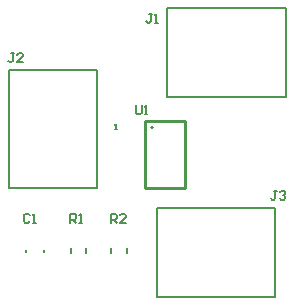
<source format=gto>
G04*
G04 #@! TF.GenerationSoftware,Altium Limited,Altium Designer,24.9.1 (31)*
G04*
G04 Layer_Color=65535*
%FSLAX44Y44*%
%MOMM*%
G71*
G04*
G04 #@! TF.SameCoordinates,6FF1A4AC-1349-41AC-8DD2-F97DD9D855A8*
G04*
G04*
G04 #@! TF.FilePolarity,Positive*
G04*
G01*
G75*
%ADD10C,0.2000*%
%ADD11C,0.2540*%
%ADD12C,0.1500*%
%ADD13C,0.1778*%
D10*
X143910Y175900D02*
Y250900D01*
X243910Y175900D02*
Y250900D01*
X143910D02*
X243910D01*
X143910Y175900D02*
X243910D01*
X9490Y98590D02*
X84490D01*
X9490Y198590D02*
X84490D01*
X9490Y98590D02*
Y198590D01*
X84490Y98590D02*
Y198590D01*
X135020Y6990D02*
Y81990D01*
X235020Y6990D02*
Y81990D01*
X135020D02*
X235020D01*
X135020Y6990D02*
X235020D01*
X39000Y44970D02*
Y46470D01*
X24500Y44970D02*
Y46470D01*
X61830Y43470D02*
Y47970D01*
X75330Y43470D02*
Y47970D01*
X96120Y43470D02*
Y47970D01*
X109620Y43470D02*
Y47970D01*
D11*
X124880Y98690D02*
Y155840D01*
Y98690D02*
X159170D01*
Y155840D01*
X124880D02*
X159170D01*
X129960Y150760D02*
X131230D01*
D12*
X99710Y148450D02*
X101209D01*
X100460D01*
Y152949D01*
X99710Y152199D01*
D13*
X14010Y212959D02*
X11471D01*
X12741D01*
Y206611D01*
X11471Y205341D01*
X10202D01*
X8932Y206611D01*
X21628Y205341D02*
X16550D01*
X21628Y210420D01*
Y211689D01*
X20358Y212959D01*
X17819D01*
X16550Y211689D01*
X116842Y168909D02*
Y162561D01*
X118111Y161291D01*
X120650D01*
X121920Y162561D01*
Y168909D01*
X124459Y161291D02*
X126998D01*
X125729D01*
Y168909D01*
X124459Y167639D01*
X96012Y69596D02*
Y77214D01*
X99821D01*
X101090Y75944D01*
Y73405D01*
X99821Y72135D01*
X96012D01*
X98551D02*
X101090Y69596D01*
X108708D02*
X103630D01*
X108708Y74674D01*
Y75944D01*
X107438Y77214D01*
X104899D01*
X103630Y75944D01*
X61722Y69596D02*
Y77214D01*
X65531D01*
X66800Y75944D01*
Y73405D01*
X65531Y72135D01*
X61722D01*
X64261D02*
X66800Y69596D01*
X69339D02*
X71879D01*
X70609D01*
Y77214D01*
X69339Y75944D01*
X236220Y96519D02*
X233681D01*
X234951D01*
Y90171D01*
X233681Y88901D01*
X232412D01*
X231142Y90171D01*
X238760Y95249D02*
X240029Y96519D01*
X242568D01*
X243838Y95249D01*
Y93980D01*
X242568Y92710D01*
X241299D01*
X242568D01*
X243838Y91440D01*
Y90171D01*
X242568Y88901D01*
X240029D01*
X238760Y90171D01*
X130809Y246379D02*
X128270D01*
X129539D01*
Y240031D01*
X128270Y238761D01*
X127000D01*
X125730Y240031D01*
X133348Y238761D02*
X135887D01*
X134618D01*
Y246379D01*
X133348Y245109D01*
X27176Y75944D02*
X25907Y77214D01*
X23368D01*
X22098Y75944D01*
Y70866D01*
X23368Y69596D01*
X25907D01*
X27176Y70866D01*
X29715Y69596D02*
X32255D01*
X30985D01*
Y77214D01*
X29715Y75944D01*
M02*

</source>
